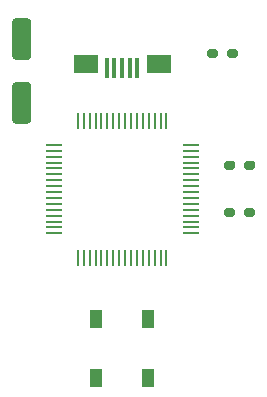
<source format=gtp>
G04 #@! TF.GenerationSoftware,KiCad,Pcbnew,(5.1.10-1-10_14)*
G04 #@! TF.CreationDate,2021-12-01T23:12:48+09:00*
G04 #@! TF.ProjectId,DBG-ESP32,4442472d-4553-4503-9332-2e6b69636164,V1.0*
G04 #@! TF.SameCoordinates,Original*
G04 #@! TF.FileFunction,Paste,Top*
G04 #@! TF.FilePolarity,Positive*
%FSLAX46Y46*%
G04 Gerber Fmt 4.6, Leading zero omitted, Abs format (unit mm)*
G04 Created by KiCad (PCBNEW (5.1.10-1-10_14)) date 2021-12-01 23:12:48*
%MOMM*%
%LPD*%
G01*
G04 APERTURE LIST*
%ADD10R,0.300000X1.750000*%
%ADD11R,2.100000X1.600000*%
%ADD12R,0.150000X1.400000*%
%ADD13R,1.400000X0.150000*%
%ADD14R,1.000000X1.600000*%
G04 APERTURE END LIST*
D10*
X1300000Y15225000D03*
X650000Y15225000D03*
X0Y15225000D03*
X-650000Y15225000D03*
X-1300000Y15225000D03*
D11*
X3100000Y15550000D03*
X-3100000Y15550000D03*
D12*
X3750000Y10800000D03*
X3250000Y10800000D03*
X2750000Y10800000D03*
X2250000Y10800000D03*
X1750000Y10800000D03*
X1250000Y10800000D03*
X750000Y10800000D03*
X250000Y10800000D03*
X-250000Y10800000D03*
X-750000Y10800000D03*
X-1250000Y10800000D03*
X-1750000Y10800000D03*
X-2250000Y10800000D03*
X-2750000Y10800000D03*
X-3250000Y10800000D03*
X-3750000Y10800000D03*
D13*
X-5800000Y8750000D03*
X-5800000Y8250000D03*
X-5800000Y7750000D03*
X-5800000Y7250000D03*
X-5800000Y6750000D03*
X-5800000Y6250000D03*
X-5800000Y5750000D03*
X-5800000Y5250000D03*
X-5800000Y4750000D03*
X-5800000Y4250000D03*
X-5800000Y3750000D03*
X-5800000Y3250000D03*
X-5800000Y2750000D03*
X-5800000Y2250000D03*
X-5800000Y1750000D03*
X-5800000Y1250000D03*
D12*
X-3750000Y-800000D03*
X-3250000Y-800000D03*
X-2750000Y-800000D03*
X-2250000Y-800000D03*
X-1750000Y-800000D03*
X-1250000Y-800000D03*
X-750000Y-800000D03*
X-250000Y-800000D03*
X250000Y-800000D03*
X750000Y-800000D03*
X1250000Y-800000D03*
X1750000Y-800000D03*
X2250000Y-800000D03*
X2750000Y-800000D03*
X3250000Y-800000D03*
X3750000Y-800000D03*
D13*
X5800000Y1250000D03*
X5800000Y1750000D03*
X5800000Y2250000D03*
X5800000Y2750000D03*
X5800000Y3250000D03*
X5800000Y3750000D03*
X5800000Y4250000D03*
X5800000Y4750000D03*
X5800000Y5250000D03*
X5800000Y5750000D03*
X5800000Y6250000D03*
X5800000Y6750000D03*
X5800000Y7250000D03*
X5800000Y7750000D03*
X5800000Y8250000D03*
X5800000Y8750000D03*
D14*
X-2200000Y-11000000D03*
X2200000Y-11000000D03*
X-2200000Y-6000000D03*
X2200000Y-6000000D03*
G36*
G01*
X10360000Y6810000D02*
X10360000Y7210000D01*
G75*
G02*
X10560000Y7410000I200000J0D01*
G01*
X11060000Y7410000D01*
G75*
G02*
X11260000Y7210000I0J-200000D01*
G01*
X11260000Y6810000D01*
G75*
G02*
X11060000Y6610000I-200000J0D01*
G01*
X10560000Y6610000D01*
G75*
G02*
X10360000Y6810000I0J200000D01*
G01*
G37*
G36*
G01*
X8660000Y6810000D02*
X8660000Y7210000D01*
G75*
G02*
X8860000Y7410000I200000J0D01*
G01*
X9360000Y7410000D01*
G75*
G02*
X9560000Y7210000I0J-200000D01*
G01*
X9560000Y6810000D01*
G75*
G02*
X9360000Y6610000I-200000J0D01*
G01*
X8860000Y6610000D01*
G75*
G02*
X8660000Y6810000I0J200000D01*
G01*
G37*
G36*
G01*
X10360000Y2820000D02*
X10360000Y3220000D01*
G75*
G02*
X10560000Y3420000I200000J0D01*
G01*
X11060000Y3420000D01*
G75*
G02*
X11260000Y3220000I0J-200000D01*
G01*
X11260000Y2820000D01*
G75*
G02*
X11060000Y2620000I-200000J0D01*
G01*
X10560000Y2620000D01*
G75*
G02*
X10360000Y2820000I0J200000D01*
G01*
G37*
G36*
G01*
X8660000Y2820000D02*
X8660000Y3220000D01*
G75*
G02*
X8860000Y3420000I200000J0D01*
G01*
X9360000Y3420000D01*
G75*
G02*
X9560000Y3220000I0J-200000D01*
G01*
X9560000Y2820000D01*
G75*
G02*
X9360000Y2620000I-200000J0D01*
G01*
X8860000Y2620000D01*
G75*
G02*
X8660000Y2820000I0J200000D01*
G01*
G37*
G36*
G01*
X8900000Y16300000D02*
X8900000Y16700000D01*
G75*
G02*
X9100000Y16900000I200000J0D01*
G01*
X9600000Y16900000D01*
G75*
G02*
X9800000Y16700000I0J-200000D01*
G01*
X9800000Y16300000D01*
G75*
G02*
X9600000Y16100000I-200000J0D01*
G01*
X9100000Y16100000D01*
G75*
G02*
X8900000Y16300000I0J200000D01*
G01*
G37*
G36*
G01*
X7200000Y16300000D02*
X7200000Y16700000D01*
G75*
G02*
X7400000Y16900000I200000J0D01*
G01*
X7900000Y16900000D01*
G75*
G02*
X8100000Y16700000I0J-200000D01*
G01*
X8100000Y16300000D01*
G75*
G02*
X7900000Y16100000I-200000J0D01*
G01*
X7400000Y16100000D01*
G75*
G02*
X7200000Y16300000I0J200000D01*
G01*
G37*
G36*
G01*
X-7950000Y15950000D02*
X-9050000Y15950000D01*
G75*
G02*
X-9300000Y16200000I0J250000D01*
G01*
X-9300000Y19200000D01*
G75*
G02*
X-9050000Y19450000I250000J0D01*
G01*
X-7950000Y19450000D01*
G75*
G02*
X-7700000Y19200000I0J-250000D01*
G01*
X-7700000Y16200000D01*
G75*
G02*
X-7950000Y15950000I-250000J0D01*
G01*
G37*
G36*
G01*
X-7950000Y10550000D02*
X-9050000Y10550000D01*
G75*
G02*
X-9300000Y10800000I0J250000D01*
G01*
X-9300000Y13800000D01*
G75*
G02*
X-9050000Y14050000I250000J0D01*
G01*
X-7950000Y14050000D01*
G75*
G02*
X-7700000Y13800000I0J-250000D01*
G01*
X-7700000Y10800000D01*
G75*
G02*
X-7950000Y10550000I-250000J0D01*
G01*
G37*
M02*

</source>
